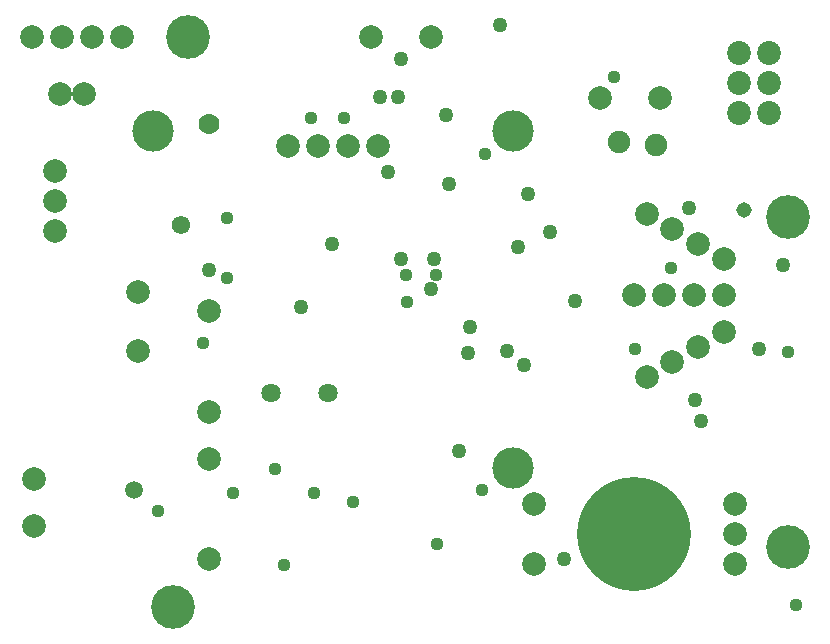
<source format=gbr>
G04 EAGLE Gerber RS-274X export*
G75*
%MOMM*%
%FSLAX34Y34*%
%LPD*%
%INSoldermask Bottom*%
%IPPOS*%
%AMOC8*
5,1,8,0,0,1.08239X$1,22.5*%
G01*
%ADD10C,3.700000*%
%ADD11C,1.638000*%
%ADD12C,2.024000*%
%ADD13C,2.008000*%
%ADD14C,3.500000*%
%ADD15C,1.908000*%
%ADD16C,9.644000*%
%ADD17C,1.775000*%
%ADD18C,1.256400*%
%ADD19C,1.109600*%
%ADD20C,1.506400*%
%ADD21C,1.306400*%
%ADD22C,1.556400*%


D10*
X139700Y25400D03*
X660400Y76200D03*
X660400Y355600D03*
X152400Y508000D03*
D11*
X270740Y206780D03*
X221940Y206780D03*
D12*
X643820Y443680D03*
X643820Y469080D03*
X643820Y494480D03*
X618420Y443680D03*
X618420Y469080D03*
X618420Y494480D03*
D13*
X500940Y456060D03*
X551740Y456060D03*
X43780Y459420D03*
X63780Y459420D03*
X39600Y343280D03*
X39600Y368680D03*
X39600Y394080D03*
X236640Y415380D03*
X262040Y415380D03*
X287440Y415380D03*
X312840Y415380D03*
D14*
X122340Y428080D03*
X427140Y428080D03*
X427140Y143080D03*
D13*
X606218Y257916D03*
X584221Y245216D03*
X562223Y232516D03*
X540226Y219816D03*
X606100Y289120D03*
X580700Y289120D03*
X555300Y289120D03*
X529900Y289120D03*
X606218Y320070D03*
X584221Y332770D03*
X562223Y345470D03*
X540226Y358170D03*
X21700Y93680D03*
X21700Y133680D03*
X169700Y65680D03*
X169700Y150680D03*
X169700Y190680D03*
X169700Y275680D03*
X110000Y291700D03*
X110000Y241700D03*
X19620Y508000D03*
X45020Y508000D03*
X70420Y508000D03*
X95820Y508000D03*
X307280Y508000D03*
X358080Y508000D03*
D15*
X517144Y418846D03*
X548640Y416306D03*
D16*
X530000Y87380D03*
D13*
X445000Y61980D03*
X445000Y112780D03*
X615000Y61980D03*
X615000Y87380D03*
X615000Y112780D03*
D17*
X170180Y434340D03*
D18*
X370840Y441960D03*
X321564Y393700D03*
X656082Y314452D03*
X416560Y517920D03*
D19*
X185420Y303784D03*
X336296Y306070D03*
X361696Y306578D03*
D18*
X581645Y200700D03*
D19*
X561340Y312420D03*
X530860Y243840D03*
X403860Y408940D03*
X256540Y439420D03*
X284480Y439420D03*
X337058Y283210D03*
X185420Y354584D03*
X226060Y142240D03*
D20*
X106680Y124460D03*
D19*
X401320Y124460D03*
X363220Y78740D03*
X659638Y241300D03*
X667004Y26924D03*
X513080Y473964D03*
D18*
X436372Y229880D03*
X480060Y284480D03*
X330200Y457200D03*
X373380Y383540D03*
X247904Y279400D03*
X381254Y157226D03*
D21*
X622554Y360940D03*
D18*
X635790Y243840D03*
X586740Y182880D03*
D19*
X233680Y60960D03*
D18*
X470498Y66040D03*
D19*
X127000Y106680D03*
X190500Y121920D03*
D18*
X332740Y320040D03*
D19*
X292100Y114300D03*
D18*
X274320Y332740D03*
D19*
X165100Y248920D03*
D18*
X389382Y240030D03*
X431800Y330200D03*
X422275Y241935D03*
X458470Y342900D03*
X390906Y262382D03*
X440252Y375088D03*
X576580Y363220D03*
X314960Y457200D03*
X332740Y489138D03*
X358140Y294640D03*
X360680Y320040D03*
D22*
X146340Y348498D03*
D18*
X169926Y310134D03*
D19*
X259080Y121920D03*
M02*

</source>
